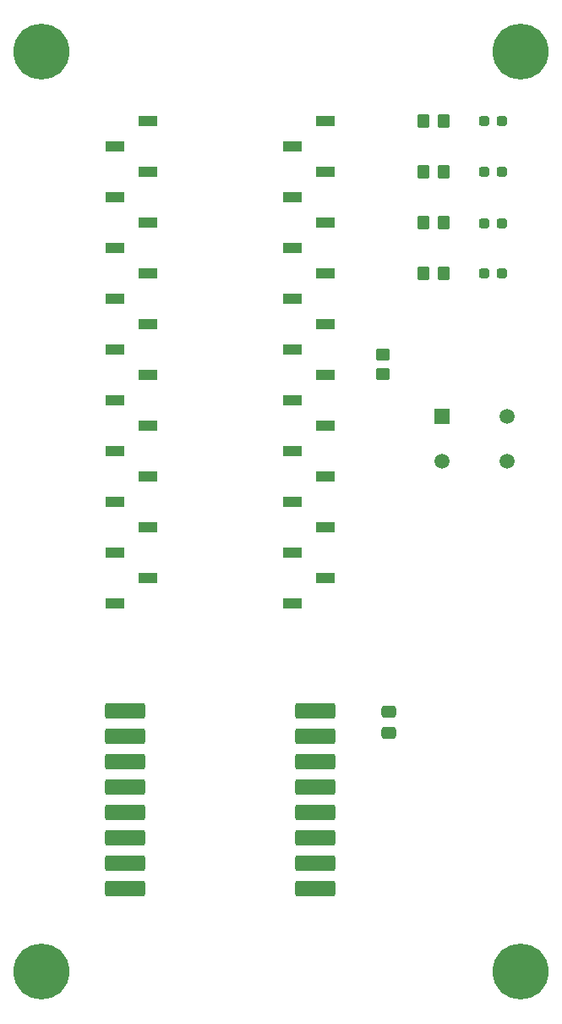
<source format=gbr>
%TF.GenerationSoftware,KiCad,Pcbnew,9.0.4*%
%TF.CreationDate,2025-11-10T15:19:37-05:00*%
%TF.ProjectId,lwqms_receiver,6c77716d-735f-4726-9563-65697665722e,rev?*%
%TF.SameCoordinates,Original*%
%TF.FileFunction,Soldermask,Top*%
%TF.FilePolarity,Negative*%
%FSLAX46Y46*%
G04 Gerber Fmt 4.6, Leading zero omitted, Abs format (unit mm)*
G04 Created by KiCad (PCBNEW 9.0.4) date 2025-11-10 15:19:37*
%MOMM*%
%LPD*%
G01*
G04 APERTURE LIST*
G04 Aperture macros list*
%AMRoundRect*
0 Rectangle with rounded corners*
0 $1 Rounding radius*
0 $2 $3 $4 $5 $6 $7 $8 $9 X,Y pos of 4 corners*
0 Add a 4 corners polygon primitive as box body*
4,1,4,$2,$3,$4,$5,$6,$7,$8,$9,$2,$3,0*
0 Add four circle primitives for the rounded corners*
1,1,$1+$1,$2,$3*
1,1,$1+$1,$4,$5*
1,1,$1+$1,$6,$7*
1,1,$1+$1,$8,$9*
0 Add four rect primitives between the rounded corners*
20,1,$1+$1,$2,$3,$4,$5,0*
20,1,$1+$1,$4,$5,$6,$7,0*
20,1,$1+$1,$6,$7,$8,$9,0*
20,1,$1+$1,$8,$9,$2,$3,0*%
G04 Aperture macros list end*
%ADD10RoundRect,0.237500X0.287500X0.237500X-0.287500X0.237500X-0.287500X-0.237500X0.287500X-0.237500X0*%
%ADD11C,5.600000*%
%ADD12RoundRect,0.250000X-0.350000X-0.450000X0.350000X-0.450000X0.350000X0.450000X-0.350000X0.450000X0*%
%ADD13R,1.498600X1.498600*%
%ADD14C,1.498600*%
%ADD15R,1.900000X1.000000*%
%ADD16RoundRect,0.240000X-1.760000X0.560000X-1.760000X-0.560000X1.760000X-0.560000X1.760000X0.560000X0*%
%ADD17RoundRect,0.250000X-0.475000X0.337500X-0.475000X-0.337500X0.475000X-0.337500X0.475000X0.337500X0*%
%ADD18RoundRect,0.250000X-0.450000X0.350000X-0.450000X-0.350000X0.450000X-0.350000X0.450000X0.350000X0*%
G04 APERTURE END LIST*
D10*
%TO.C,D4*%
X158131000Y-66138000D03*
X156381000Y-66138000D03*
%TD*%
D11*
%TO.C,REF\u002A\u002A*%
X112000000Y-49000000D03*
%TD*%
D12*
%TO.C,R3*%
X150273000Y-71178000D03*
X152273000Y-71178000D03*
%TD*%
D13*
%TO.C,SW1*%
X152122999Y-85415999D03*
D14*
X158623000Y-85415999D03*
X152122999Y-89916000D03*
X158623000Y-89916000D03*
%TD*%
D15*
%TO.C,J1*%
X122680000Y-55880000D03*
X119380000Y-58420000D03*
X122680000Y-60960000D03*
X119380000Y-63500000D03*
X122680000Y-66040000D03*
X119380000Y-68580000D03*
X122680000Y-71120000D03*
X119380000Y-73660000D03*
X122680000Y-76200000D03*
X119380000Y-78740000D03*
X122680000Y-81280000D03*
X119380000Y-83820000D03*
X122680000Y-86360000D03*
X119380000Y-88900000D03*
X122680000Y-91440000D03*
X119380000Y-93980000D03*
X122680000Y-96520000D03*
X119380000Y-99060000D03*
X122680000Y-101600000D03*
X119380000Y-104140000D03*
%TD*%
D10*
%TO.C,D2*%
X158115000Y-60960000D03*
X156365000Y-60960000D03*
%TD*%
%TO.C,D3*%
X158115000Y-71120000D03*
X156365000Y-71120000D03*
%TD*%
D11*
%TO.C,REF\u002A\u002A*%
X160000000Y-141000000D03*
%TD*%
D12*
%TO.C,R1*%
X150269000Y-55880000D03*
X152269000Y-55880000D03*
%TD*%
D11*
%TO.C,REF\u002A\u002A*%
X160000000Y-49000000D03*
%TD*%
D15*
%TO.C,J2*%
X137160000Y-104140000D03*
X140460000Y-101600000D03*
X137160000Y-99060000D03*
X140460000Y-96520000D03*
X137160000Y-93980000D03*
X140460000Y-91440000D03*
X137160000Y-88900000D03*
X140460000Y-86360000D03*
X137160000Y-83820000D03*
X140460000Y-81280000D03*
X137160000Y-78740000D03*
X140460000Y-76200000D03*
X137160000Y-73660000D03*
X140460000Y-71120000D03*
X137160000Y-68580000D03*
X140460000Y-66040000D03*
X137160000Y-63500000D03*
X140460000Y-60960000D03*
X137160000Y-58420000D03*
X140460000Y-55880000D03*
%TD*%
D10*
%TO.C,D1*%
X158115000Y-55880000D03*
X156365000Y-55880000D03*
%TD*%
D16*
%TO.C,U1*%
X139421000Y-132735000D03*
X139421000Y-130195000D03*
X139421000Y-127655000D03*
X139421000Y-125115000D03*
X139421000Y-122575000D03*
X139421000Y-120035000D03*
X139421000Y-117495000D03*
X139421000Y-114955000D03*
X120421000Y-114955000D03*
X120421000Y-117495000D03*
X120421000Y-120035000D03*
X120421000Y-122575000D03*
X120421000Y-125115000D03*
X120421000Y-127655000D03*
X120421000Y-130195000D03*
X120421000Y-132735000D03*
%TD*%
D17*
%TO.C,C1*%
X146812000Y-115000000D03*
X146812000Y-117075000D03*
%TD*%
D12*
%TO.C,R4*%
X150273000Y-66098000D03*
X152273000Y-66098000D03*
%TD*%
%TO.C,R2*%
X150269000Y-60989000D03*
X152269000Y-60989000D03*
%TD*%
D18*
%TO.C,R5*%
X146251001Y-79227001D03*
X146251001Y-81227001D03*
%TD*%
D11*
%TO.C,REF\u002A\u002A*%
X112000000Y-141000000D03*
%TD*%
M02*

</source>
